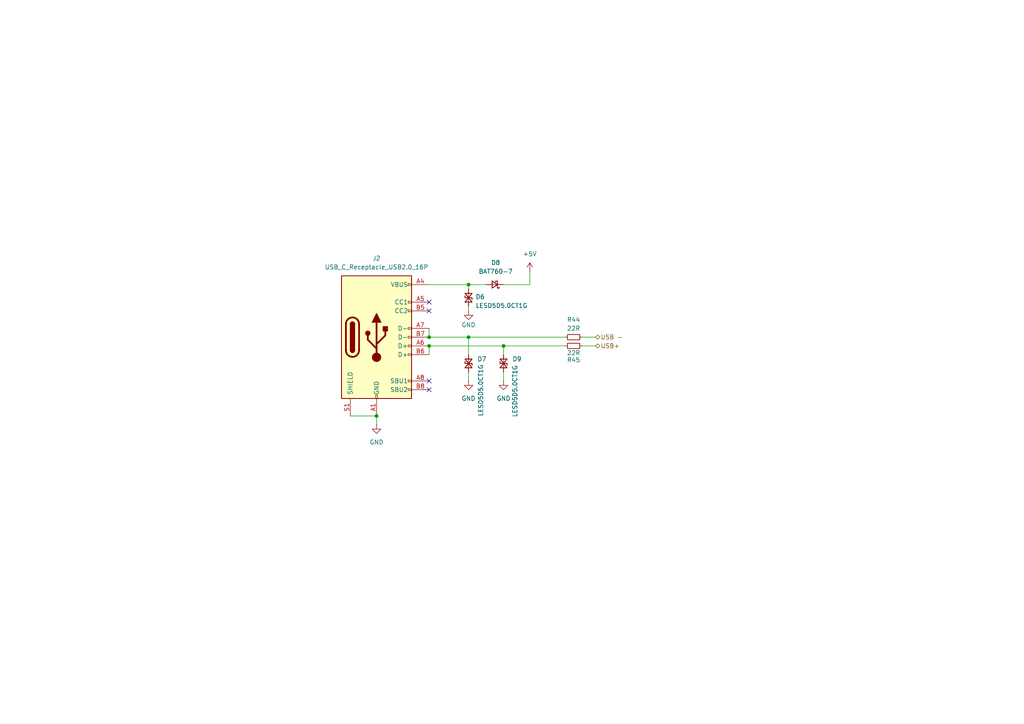
<source format=kicad_sch>
(kicad_sch (version 20231120) (generator "eeschema") (generator_version "8.0")
  (paper "A4")
  (lib_symbols
    (symbol "Connector:USB_C_Receptacle_USB2.0_16P" (pin_names (offset 1.016))
      (property "Reference" "J" (at 0 22.225 0))
      (property "Value" "USB_C_Receptacle_USB2.0_16P" (at 0 19.685 0))
      (symbol "USB_C_Receptacle_USB2.0_16P_0_0"
        (rectangle (start -0.254 -17.78) (end 0.254 -16.764))
        (rectangle (start 10.16 -14.986) (end 9.144 -15.494))
        (rectangle (start 10.16 -12.446) (end 9.144 -12.954))
        (rectangle (start 10.16 -4.826) (end 9.144 -5.334))
        (rectangle (start 10.16 -2.286) (end 9.144 -2.794))
        (rectangle (start 10.16 0.254) (end 9.144 -0.254))
        (rectangle (start 10.16 2.794) (end 9.144 2.286))
        (rectangle (start 10.16 7.874) (end 9.144 7.366))
        (rectangle (start 10.16 10.414) (end 9.144 9.906))
        (rectangle (start 10.16 15.494) (end 9.144 14.986))
      )
      (symbol "USB_C_Receptacle_USB2.0_16P_0_1"
        (rectangle (start -10.16 17.78) (end 10.16 -17.78) (stroke (width 0.254)) (fill (type background)))
        (arc (start -8.89 -3.81) (mid -6.985 -5.7067) (end -5.08 -3.81) (stroke (width 0.508)))
        (arc (start -7.62 -3.81) (mid -6.985 -4.4423) (end -6.35 -3.81) (stroke (width 0.254)))
        (arc (start -7.62 -3.81) (mid -6.985 -4.4423) (end -6.35 -3.81) (stroke (width 0.254)) (fill (type outline)))
        (rectangle (start -7.62 -3.81) (end -6.35 3.81) (stroke (width 0.254)) (fill (type outline)))
        (arc (start -6.35 3.81) (mid -6.985 4.4423) (end -7.62 3.81) (stroke (width 0.254)))
        (arc (start -6.35 3.81) (mid -6.985 4.4423) (end -7.62 3.81) (stroke (width 0.254)) (fill (type outline)))
        (arc (start -5.08 3.81) (mid -6.985 5.7067) (end -8.89 3.81) (stroke (width 0.508)))
        (circle (center -2.54 1.143) (radius 0.635) (stroke (width 0.254)) (fill (type outline)))
        (circle (center 0 -5.842) (radius 1.27) (fill (type outline)))
        (polyline (pts (xy -8.89 -3.81) (xy -8.89 3.81)) (stroke (width 0.508)))
        (polyline (pts (xy -5.08 3.81) (xy -5.08 -3.81)) (stroke (width 0.508)))
        (polyline (pts (xy 0 -5.842) (xy 0 4.318)) (stroke (width 0.508)))
        (polyline (pts (xy 0 -3.302) (xy -2.54 -0.762) (xy -2.54 0.508)) (stroke (width 0.508)))
        (polyline (pts (xy 0 -2.032) (xy 2.54 0.508) (xy 2.54 1.778)) (stroke (width 0.508)))
        (polyline (pts (xy -1.27 4.318) (xy 0 6.858) (xy 1.27 4.318) (xy -1.27 4.318)) (stroke (width 0.254)) (fill (type outline)))
        (rectangle (start 1.905 1.778) (end 3.175 3.048) (stroke (width 0.254)) (fill (type outline)))
      )
      (symbol "USB_C_Receptacle_USB2.0_16P_1_1"
        (pin passive line (at 0 -22.86 90) (length 5.08) (name "GND") (number "A1"))
        (pin passive line (at 0 -22.86 90) (length 5.08) hide (name "GND") (number "A12"))
        (pin passive line (at 15.24 15.24 180) (length 5.08) (name "VBUS") (number "A4"))
        (pin bidirectional line (at 15.24 10.16 180) (length 5.08) (name "CC1") (number "A5"))
        (pin bidirectional line (at 15.24 -2.54 180) (length 5.08) (name "D+") (number "A6"))
        (pin bidirectional line (at 15.24 2.54 180) (length 5.08) (name "D-") (number "A7"))
        (pin bidirectional line (at 15.24 -12.7 180) (length 5.08) (name "SBU1") (number "A8"))
        (pin passive line (at 15.24 15.24 180) (length 5.08) hide (name "VBUS") (number "A9"))
        (pin passive line (at 0 -22.86 90) (length 5.08) hide (name "GND") (number "B1"))
        (pin passive line (at 0 -22.86 90) (length 5.08) hide (name "GND") (number "B12"))
        (pin passive line (at 15.24 15.24 180) (length 5.08) hide (name "VBUS") (number "B4"))
        (pin bidirectional line (at 15.24 7.62 180) (length 5.08) (name "CC2") (number "B5"))
        (pin bidirectional line (at 15.24 -5.08 180) (length 5.08) (name "D+") (number "B6"))
        (pin bidirectional line (at 15.24 0 180) (length 5.08) (name "D-") (number "B7"))
        (pin bidirectional line (at 15.24 -15.24 180) (length 5.08) (name "SBU2") (number "B8"))
        (pin passive line (at 15.24 15.24 180) (length 5.08) hide (name "VBUS") (number "B9"))
        (pin passive line (at -7.62 -22.86 90) (length 5.08) (name "SHIELD") (number "S1"))
      )
    )
    (symbol "Device:D_Schottky_Small" (pin_numbers hide) (pin_names (offset 0.254) hide)
      (property "Reference" "D" (at -1.27 2.032 0))
      (property "Value" "D_Schottky_Small" (at -7.112 -2.032 0))
      (symbol "D_Schottky_Small_0_1"
        (polyline (pts (xy -0.762 0) (xy 0.762 0)))
        (polyline (pts (xy 0.762 -1.016) (xy -0.762 0) (xy 0.762 1.016) (xy 0.762 -1.016)) (stroke (width 0.254)))
        (polyline (pts (xy -1.27 0.762) (xy -1.27 1.016) (xy -0.762 1.016) (xy -0.762 -1.016) (xy -0.254 -1.016) (xy -0.254 -0.762)) (stroke (width 0.254)))
      )
      (symbol "D_Schottky_Small_1_1"
        (pin passive line (at -2.54 0 0) (length 1.778) (name "K") (number "1"))
        (pin passive line (at 2.54 0 180) (length 1.778) (name "A") (number "2"))
      )
    )
    (symbol "Device:D_TVS_Small" (pin_numbers hide) (pin_names (offset 1.016) hide)
      (property "Reference" "D" (at 0 2.54 0))
      (property "Value" "D_TVS_Small" (at 0 -2.54 0))
      (symbol "D_TVS_Small_0_1"
        (polyline (pts (xy -1.27 0) (xy 1.27 0)))
        (polyline (pts (xy 0.508 1.016) (xy 0 1.016) (xy 0 -1.016) (xy -0.508 -1.016)) (stroke (width 0.254)))
        (polyline (pts (xy -1.27 1.016) (xy -1.27 -1.016) (xy 1.27 1.016) (xy 1.27 -1.016) (xy -1.27 1.016)) (stroke (width 0.254)))
      )
      (symbol "D_TVS_Small_1_1"
        (pin passive line (at -2.54 0 0) (length 1.27) (name "A1") (number "1"))
        (pin passive line (at 2.54 0 180) (length 1.27) (name "A2") (number "2"))
      )
    )
    (symbol "Device:R_Small" (pin_numbers hide) (pin_names (offset 0.254) hide)
      (property "Reference" "R" (at 0.762 0.508 0))
      (property "Value" "R_Small" (at 0.762 -1.016 0))
      (symbol "R_Small_0_1"
        (rectangle (start -0.762 1.778) (end 0.762 -1.778) (stroke (width 0.2032)))
      )
      (symbol "R_Small_1_1"
        (pin passive line (at 0 2.54 270) (length 0.762) (name "~") (number "1"))
        (pin passive line (at 0 -2.54 90) (length 0.762) (name "~") (number "2"))
      )
    )
    (symbol "power:+5V" (power) (pin_numbers hide) (pin_names (offset 0) hide)
      (property "Value" "+5V" (at 0 3.556 0))
      (symbol "+5V_0_1"
        (polyline (pts (xy -0.762 1.27) (xy 0 2.54)))
        (polyline (pts (xy 0 0) (xy 0 2.54)))
        (polyline (pts (xy 0 2.54) (xy 0.762 1.27)))
      )
      (symbol "+5V_1_1"
        (pin power_in line (at 0 0 90) (length 0) (name "~") (number "1"))
      )
    )
    (symbol "power:GND" (power) (pin_numbers hide) (pin_names (offset 0) hide)
      (property "Value" "GND" (at 0 -3.81 0))
      (symbol "GND_0_1"
        (polyline (pts (xy 0 0) (xy 0 -1.27) (xy 1.27 -1.27) (xy 0 -2.54) (xy -1.27 -1.27) (xy 0 -1.27)))
      )
      (symbol "GND_1_1"
        (pin power_in line (at 0 0 270) (length 0) (name "~") (number "1"))
      )
    )
  )
  (junction (at 135.89 97.79))
  (junction (at 124.46 97.79))
  (junction (at 109.22 120.65))
  (junction (at 135.89 82.55))
  (junction (at 146.05 100.33))
  (junction (at 124.46 100.33))
  (no_connect (at 124.46 87.63))
  (no_connect (at 124.46 113.03))
  (no_connect (at 124.46 110.49))
  (no_connect (at 124.46 90.17))
  (wire (pts (xy 135.89 107.95) (xy 135.89 110.49)))
  (wire (pts (xy 135.89 82.55) (xy 140.97 82.55)))
  (wire (pts (xy 135.89 88.9) (xy 135.89 90.17)))
  (wire (pts (xy 146.05 107.95) (xy 146.05 110.49)))
  (wire (pts (xy 124.46 95.25) (xy 124.46 97.79)))
  (wire (pts (xy 135.89 82.55) (xy 135.89 83.82)))
  (wire (pts (xy 168.91 97.79) (xy 172.72 97.79)))
  (wire (pts (xy 135.89 97.79) (xy 135.89 102.87)))
  (wire (pts (xy 146.05 102.87) (xy 146.05 100.33)))
  (wire (pts (xy 101.6 120.65) (xy 109.22 120.65)))
  (wire (pts (xy 124.46 82.55) (xy 135.89 82.55)))
  (wire (pts (xy 124.46 97.79) (xy 135.89 97.79)))
  (wire (pts (xy 124.46 100.33) (xy 146.05 100.33)))
  (wire (pts (xy 146.05 100.33) (xy 163.83 100.33)))
  (wire (pts (xy 146.05 82.55) (xy 153.67 82.55)))
  (wire (pts (xy 168.91 100.33) (xy 172.72 100.33)))
  (wire (pts (xy 135.89 97.79) (xy 163.83 97.79)))
  (wire (pts (xy 124.46 100.33) (xy 124.46 102.87)))
  (wire (pts (xy 153.67 78.74) (xy 153.67 82.55)))
  (wire (pts (xy 109.22 120.65) (xy 109.22 123.19)))
  (hierarchical_label "USB+" (shape bidirectional) (at 172.72 100.33 0))
  (hierarchical_label "USB -" (shape bidirectional) (at 172.72 97.79 0))
  (symbol (lib_id "Device:D_TVS_Small") (at 135.89 86.36 90) (unit 1)
    (property "Reference" "D6" (at 137.922 86.106 90) (effects (justify right)))
    (property "Value" "LESD5D5.0CT1G" (at 137.922 88.646 90) (effects (justify right)))
    (property "Footprint" "Diode_SMD:D_SOD-523" (effects (hide yes)))
    (property "Description" "Bidirectional transient-voltage-suppression diode, small symbol" (effects (hide yes)))
  )
  (symbol (lib_id "Device:D_TVS_Small") (at 146.05 105.41 90) (unit 1)
    (property "Reference" "D9" (at 148.59 104.1399 90) (effects (justify right)))
    (property "Value" "LESD5D5.0CT1G" (at 149.352 105.918 0) (effects (justify right)))
    (property "Footprint" "Diode_SMD:D_SOD-523" (effects (hide yes)))
    (property "Description" "Bidirectional transient-voltage-suppression diode, small symbol" (effects (hide yes)))
  )
  (symbol (lib_id "Device:D_Schottky_Small") (at 143.51 82.55 180) (unit 1)
    (property "Reference" "D8" (at 143.764 76.2 0))
    (property "Value" "BAT760-7" (at 143.764 78.74 0))
    (property "Footprint" "Diode_SMD:D_SOD-323" (effects (hide yes)))
    (property "Description" "Schottky diode, small symbol" (effects (hide yes)))
  )
  (symbol (lib_id "power:GND") (at 135.89 90.17 0) (unit 1)
    (property "Reference" "#PWR070" (effects (hide yes)))
    (property "Value" "GND" (at 135.89 94.234 0))
    (property "Description" "Power symbol creates a global label with name \"GND\" , ground" (effects (hide yes)))
  )
  (symbol (lib_id "power:GND") (at 109.22 123.19 0) (unit 1)
    (property "Reference" "#PWR069" (effects (hide yes)))
    (property "Value" "GND" (at 109.22 128.27 0))
    (property "Description" "Power symbol creates a global label with name \"GND\" , ground" (effects (hide yes)))
  )
  (symbol (lib_id "Device:R_Small") (at 166.37 97.79 90) (unit 1)
    (property "Reference" "R44" (at 166.37 92.71 90))
    (property "Value" "22R" (at 166.37 95.25 90))
    (property "Footprint" "Resistor_SMD:R_0603_1608Metric" (effects (hide yes)))
    (property "Description" "Resistor, small symbol" (effects (hide yes)))
  )
  (symbol (lib_id "power:GND") (at 135.89 110.49 0) (unit 1)
    (property "Reference" "#PWR071" (effects (hide yes)))
    (property "Value" "GND" (at 135.89 115.57 0))
    (property "Description" "Power symbol creates a global label with name \"GND\" , ground" (effects (hide yes)))
  )
  (symbol (lib_id "Device:D_TVS_Small") (at 135.89 105.41 90) (unit 1)
    (property "Reference" "D7" (at 138.43 104.1399 90) (effects (justify right)))
    (property "Value" "LESD5D5.0CT1G" (at 139.446 105.664 0) (effects (justify right)))
    (property "Footprint" "Diode_SMD:D_SOD-523" (effects (hide yes)))
    (property "Description" "Bidirectional transient-voltage-suppression diode, small symbol" (effects (hide yes)))
  )
  (symbol (lib_id "power:GND") (at 146.05 110.49 0) (unit 1)
    (property "Reference" "#PWR072" (effects (hide yes)))
    (property "Value" "GND" (at 146.05 115.57 0))
    (property "Description" "Power symbol creates a global label with name \"GND\" , ground" (effects (hide yes)))
  )
  (symbol (lib_id "power:+5V") (at 153.67 78.74 0) (unit 1)
    (property "Reference" "#PWR073" (effects (hide yes)))
    (property "Value" "+5V" (at 153.67 73.66 0))
    (property "Description" "Power symbol creates a global label with name \"+5V\"" (effects (hide yes)))
  )
  (symbol (lib_id "Connector:USB_C_Receptacle_USB2.0_16P") (at 109.22 97.79 0) (unit 1)
    (property "Reference" "J2" (at 109.22 74.93 0))
    (property "Value" "USB_C_Receptacle_USB2.0_16P" (at 109.22 77.47 0))
    (property "Footprint" "Connector_USB:USB_C_Receptacle_GCT_USB4105-xx-A_16P_TopMnt_Horizontal" (effects (hide yes)))
    (property "Datasheet" "https://www.usb.org/sites/default/files/documents/usb_type-c.zip" (effects (hide yes)))
    (property "Description" "USB 2.0-only 16P Type-C Receptacle connector" (effects (hide yes)))
  )
  (symbol (lib_id "Device:R_Small") (at 166.37 100.33 90) (unit 1)
    (property "Reference" "R45" (at 166.37 104.394 90))
    (property "Value" "22R" (at 166.37 102.362 90))
    (property "Footprint" "Resistor_SMD:R_0603_1608Metric" (effects (hide yes)))
    (property "Description" "Resistor, small symbol" (effects (hide yes)))
  )
)
</source>
